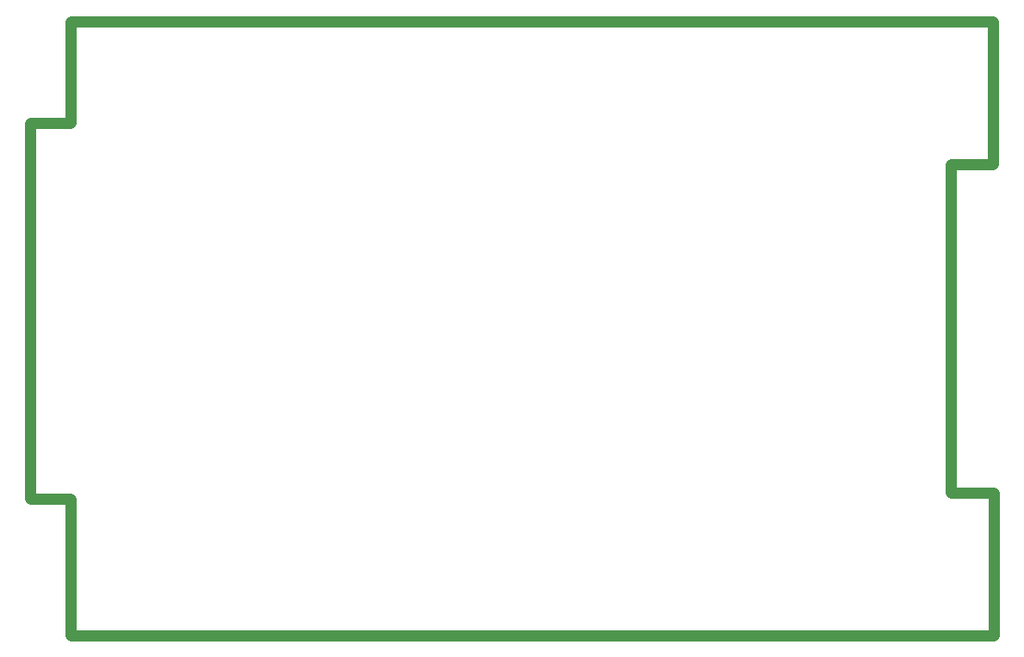
<source format=gko>
%FSLAX25Y25*%
%MOIN*%
G70*
G01*
G75*
G04 Layer_Color=16711935*
%ADD10C,0.00500*%
%ADD11C,0.03000*%
%ADD12C,0.02000*%
%ADD13C,0.01000*%
%ADD14C,0.00800*%
%ADD15C,0.01500*%
%ADD16C,0.00700*%
%ADD17C,0.01200*%
%ADD18C,0.05000*%
%ADD19C,0.02200*%
%ADD20C,0.00600*%
%ADD21C,0.01400*%
%ADD22C,0.01800*%
%ADD23C,0.04000*%
%ADD24C,0.02500*%
%ADD25R,0.02362X0.03150*%
%ADD26R,0.09055X0.09055*%
%ADD27R,0.06299X0.03347*%
%ADD28P,0.05568X4X180.0*%
%ADD29R,0.03937X0.04331*%
%ADD30R,0.03150X0.02362*%
%ADD31R,0.03150X0.02756*%
%ADD32R,0.05118X0.07087*%
%ADD33O,0.06693X0.01378*%
%ADD34R,0.02756X0.03150*%
%ADD35R,0.03937X0.03937*%
%ADD36R,0.10236X0.10236*%
%ADD37O,0.00984X0.03150*%
%ADD38O,0.03150X0.00984*%
%ADD39R,0.09449X0.07874*%
G04:AMPARAMS|DCode=40|XSize=23.62mil|YSize=31.5mil|CornerRadius=0mil|HoleSize=0mil|Usage=FLASHONLY|Rotation=135.000|XOffset=0mil|YOffset=0mil|HoleType=Round|Shape=Rectangle|*
%AMROTATEDRECTD40*
4,1,4,0.01949,0.00278,-0.00278,-0.01949,-0.01949,-0.00278,0.00278,0.01949,0.01949,0.00278,0.0*
%
%ADD40ROTATEDRECTD40*%

G04:AMPARAMS|DCode=41|XSize=23.62mil|YSize=31.5mil|CornerRadius=0mil|HoleSize=0mil|Usage=FLASHONLY|Rotation=225.000|XOffset=0mil|YOffset=0mil|HoleType=Round|Shape=Rectangle|*
%AMROTATEDRECTD41*
4,1,4,-0.00278,0.01949,0.01949,-0.00278,0.00278,-0.01949,-0.01949,0.00278,-0.00278,0.01949,0.0*
%
%ADD41ROTATEDRECTD41*%

%ADD42R,0.05512X0.07284*%
%ADD43R,0.02756X0.01496*%
G04:AMPARAMS|DCode=44|XSize=27.56mil|YSize=31.5mil|CornerRadius=0mil|HoleSize=0mil|Usage=FLASHONLY|Rotation=135.000|XOffset=0mil|YOffset=0mil|HoleType=Round|Shape=Rectangle|*
%AMROTATEDRECTD44*
4,1,4,0.02088,0.00139,-0.00139,-0.02088,-0.02088,-0.00139,0.00139,0.02088,0.02088,0.00139,0.0*
%
%ADD44ROTATEDRECTD44*%

%ADD45C,0.03800*%
G04:AMPARAMS|DCode=46|XSize=15.75mil|YSize=45.28mil|CornerRadius=0mil|HoleSize=0mil|Usage=FLASHONLY|Rotation=225.000|XOffset=0mil|YOffset=0mil|HoleType=Round|Shape=Round|*
%AMOVALD46*
21,1,0.02953,0.01575,0.00000,0.00000,315.0*
1,1,0.01575,-0.01044,0.01044*
1,1,0.01575,0.01044,-0.01044*
%
%ADD46OVALD46*%

G04:AMPARAMS|DCode=47|XSize=27.56mil|YSize=31.5mil|CornerRadius=0mil|HoleSize=0mil|Usage=FLASHONLY|Rotation=225.000|XOffset=0mil|YOffset=0mil|HoleType=Round|Shape=Rectangle|*
%AMROTATEDRECTD47*
4,1,4,-0.00139,0.02088,0.02088,-0.00139,0.00139,-0.02088,-0.02088,0.00139,-0.00139,0.02088,0.0*
%
%ADD47ROTATEDRECTD47*%

%ADD48R,0.01969X0.00984*%
G04:AMPARAMS|DCode=49|XSize=9.84mil|YSize=19.69mil|CornerRadius=0mil|HoleSize=0mil|Usage=FLASHONLY|Rotation=225.000|XOffset=0mil|YOffset=0mil|HoleType=Round|Shape=Rectangle|*
%AMROTATEDRECTD49*
4,1,4,-0.00348,0.01044,0.01044,-0.00348,0.00348,-0.01044,-0.01044,0.00348,-0.00348,0.01044,0.0*
%
%ADD49ROTATEDRECTD49*%

%ADD50R,0.00984X0.01969*%
G04:AMPARAMS|DCode=51|XSize=59.06mil|YSize=51.18mil|CornerRadius=0mil|HoleSize=0mil|Usage=FLASHONLY|Rotation=45.000|XOffset=0mil|YOffset=0mil|HoleType=Round|Shape=Rectangle|*
%AMROTATEDRECTD51*
4,1,4,-0.00278,-0.03897,-0.03897,-0.00278,0.00278,0.03897,0.03897,0.00278,-0.00278,-0.03897,0.0*
%
%ADD51ROTATEDRECTD51*%

%ADD52R,0.03543X0.03937*%
%ADD53R,0.03937X0.03937*%
%ADD54R,0.07087X0.05118*%
%ADD55R,0.05118X0.05906*%
%ADD56R,0.01378X0.02756*%
%ADD57R,0.05118X0.03543*%
%ADD58O,0.02953X0.07087*%
%ADD59R,0.02362X0.07087*%
G04:AMPARAMS|DCode=60|XSize=55.12mil|YSize=59.06mil|CornerRadius=0mil|HoleSize=0mil|Usage=FLASHONLY|Rotation=135.000|XOffset=0mil|YOffset=0mil|HoleType=Round|Shape=Rectangle|*
%AMROTATEDRECTD60*
4,1,4,0.04037,0.00139,-0.00139,-0.04037,-0.04037,-0.00139,0.00139,0.04037,0.04037,0.00139,0.0*
%
%ADD60ROTATEDRECTD60*%

%ADD61R,0.05512X0.04724*%
%ADD62C,0.01496*%
%ADD63R,0.01575X0.01378*%
%ADD64R,0.01378X0.01575*%
%ADD65R,0.04331X0.03937*%
%ADD66R,0.05906X0.05512*%
%ADD67O,0.01181X0.07087*%
%ADD68O,0.07087X0.01181*%
%ADD69R,0.04724X0.07874*%
%ADD70R,0.06299X0.01181*%
%ADD71R,0.03150X0.06299*%
%ADD72R,0.10630X0.05118*%
%ADD73R,0.06299X0.13386*%
%ADD74R,0.04331X0.02559*%
%ADD75R,0.05906X0.05118*%
%ADD76R,0.04724X0.05512*%
%ADD77R,0.05906X0.02362*%
%ADD78R,0.10000X0.05000*%
%ADD79R,0.03347X0.06299*%
%ADD80R,0.11024X0.08661*%
%ADD81R,0.11024X0.11024*%
%ADD82R,0.11024X0.11024*%
%ADD83R,0.10236X0.07874*%
%ADD84R,0.02362X0.03543*%
%ADD85R,0.03543X0.02362*%
%ADD86R,0.04400X0.11300*%
%ADD87R,0.07087X0.18110*%
%ADD88R,0.02165X0.05709*%
%ADD89R,0.10400X0.10600*%
%ADD90R,0.08500X0.10400*%
%ADD91R,0.08800X0.10500*%
%ADD92C,0.03937*%
%ADD93R,0.05906X0.05906*%
%ADD94C,0.05906*%
%ADD95C,0.06000*%
%ADD96C,0.07000*%
%ADD97C,0.07874*%
%ADD98C,0.08661*%
%ADD99C,0.07087*%
%ADD100R,0.05906X0.05906*%
%ADD101C,0.15748*%
%ADD102P,0.08352X4X360.0*%
%ADD103C,0.03150*%
%ADD104C,0.05000*%
%ADD105C,0.06693*%
%ADD106C,0.04724*%
%ADD107C,0.02000*%
%ADD108C,0.03000*%
%ADD109C,0.01800*%
%ADD110C,0.02500*%
%ADD111C,0.02598*%
%ADD112C,0.02300*%
%ADD113C,0.00787*%
%ADD114C,0.04400*%
%ADD115R,0.11600X0.03000*%
%ADD116R,0.02600X0.03000*%
%ADD117C,0.04359*%
%ADD118C,0.05816*%
%ADD119C,0.05343*%
%ADD120C,0.05300*%
%ADD121C,0.10068*%
%ADD122C,0.07706*%
%ADD123C,0.05343*%
%ADD124C,0.06524*%
%ADD125C,0.06800*%
%ADD126C,0.08493*%
%ADD127C,0.06918*%
%ADD128C,0.02800*%
%ADD129C,0.03300*%
%ADD130C,0.02600*%
%ADD131C,0.00400*%
%ADD132R,0.02700X0.03000*%
%ADD133R,0.11500X0.03000*%
%ADD134C,0.03099*%
%ADD135C,0.03099*%
%ADD136C,0.02400*%
%ADD137R,0.06693X0.08661*%
%ADD138R,0.18701X0.05000*%
%ADD139O,0.18701X0.05000*%
G04:AMPARAMS|DCode=140|XSize=59.06mil|YSize=51.18mil|CornerRadius=0mil|HoleSize=0mil|Usage=FLASHONLY|Rotation=315.000|XOffset=0mil|YOffset=0mil|HoleType=Round|Shape=Rectangle|*
%AMROTATEDRECTD140*
4,1,4,-0.03897,0.00278,-0.00278,0.03897,0.03897,-0.00278,0.00278,-0.03897,-0.03897,0.00278,0.0*
%
%ADD140ROTATEDRECTD140*%

%ADD141R,0.07874X0.05709*%
%ADD142R,0.05906X0.03150*%
%ADD143R,0.01654X0.01654*%
%ADD144R,0.03937X0.03150*%
%ADD145R,0.05118X0.07480*%
%ADD146R,0.18110X0.07087*%
%ADD147R,0.11300X0.04400*%
%ADD148O,0.01378X0.06693*%
%ADD149R,0.01575X0.01969*%
%ADD150R,0.03347X0.01575*%
%ADD151R,0.06299X0.03150*%
%ADD152R,0.01181X0.05118*%
%ADD153R,0.07087X0.08661*%
%ADD154R,0.07087X0.07874*%
%ADD155R,0.06299X0.11811*%
%ADD156R,0.11811X0.06299*%
%ADD157R,0.01969X0.09843*%
%ADD158R,0.06693X0.07874*%
%ADD159R,0.23700X0.08500*%
%ADD160R,0.52500X0.10600*%
%ADD161O,0.03937X0.09843*%
%ADD162R,0.03937X0.09843*%
%ADD163C,0.00984*%
%ADD164C,0.02362*%
%ADD165C,0.00394*%
%ADD166R,0.07874X0.04724*%
%ADD167R,0.08500X0.24000*%
%ADD168R,0.07500X0.28000*%
%ADD169R,0.07500X0.25200*%
%ADD170R,0.04921X0.01181*%
%ADD171R,0.04921X0.01378*%
%ADD172R,0.01378X0.01181*%
%ADD173R,0.01181X0.01378*%
%ADD174R,0.02264X0.03445*%
%ADD175R,0.03445X0.02264*%
%ADD176R,0.15200X0.14100*%
%ADD177R,0.09000X0.09500*%
%ADD178R,0.17795X0.13307*%
%ADD179R,0.09000X0.75100*%
%ADD180R,0.13200X0.15300*%
%ADD181R,0.10100X1.05300*%
%ADD182R,0.10100X0.23300*%
%ADD183R,0.12300X0.11600*%
%ADD184R,0.57800X0.07000*%
%ADD185R,0.49200X0.07000*%
%ADD186R,0.07000X0.79000*%
%ADD187R,0.18898X0.39764*%
%ADD188R,0.16929X0.26772*%
%ADD189R,0.02992X0.03780*%
%ADD190R,0.09685X0.09685*%
%ADD191R,0.06929X0.03976*%
%ADD192P,0.06459X4X180.0*%
%ADD193R,0.04567X0.04961*%
%ADD194R,0.03780X0.02992*%
%ADD195R,0.03780X0.03386*%
%ADD196R,0.05748X0.07717*%
%ADD197O,0.07323X0.02008*%
%ADD198R,0.03386X0.03780*%
%ADD199R,0.04567X0.04567*%
%ADD200R,0.10866X0.10866*%
%ADD201O,0.01614X0.03780*%
%ADD202O,0.03780X0.01614*%
%ADD203R,0.10079X0.08504*%
G04:AMPARAMS|DCode=204|XSize=29.92mil|YSize=37.8mil|CornerRadius=0mil|HoleSize=0mil|Usage=FLASHONLY|Rotation=135.000|XOffset=0mil|YOffset=0mil|HoleType=Round|Shape=Rectangle|*
%AMROTATEDRECTD204*
4,1,4,0.02394,0.00278,-0.00278,-0.02394,-0.02394,-0.00278,0.00278,0.02394,0.02394,0.00278,0.0*
%
%ADD204ROTATEDRECTD204*%

G04:AMPARAMS|DCode=205|XSize=29.92mil|YSize=37.8mil|CornerRadius=0mil|HoleSize=0mil|Usage=FLASHONLY|Rotation=225.000|XOffset=0mil|YOffset=0mil|HoleType=Round|Shape=Rectangle|*
%AMROTATEDRECTD205*
4,1,4,-0.00278,0.02394,0.02394,-0.00278,0.00278,-0.02394,-0.02394,0.00278,-0.00278,0.02394,0.0*
%
%ADD205ROTATEDRECTD205*%

%ADD206R,0.05669X0.07441*%
%ADD207R,0.03347X0.02087*%
G04:AMPARAMS|DCode=208|XSize=33.86mil|YSize=37.8mil|CornerRadius=0mil|HoleSize=0mil|Usage=FLASHONLY|Rotation=135.000|XOffset=0mil|YOffset=0mil|HoleType=Round|Shape=Rectangle|*
%AMROTATEDRECTD208*
4,1,4,0.02533,0.00139,-0.00139,-0.02533,-0.02533,-0.00139,0.00139,0.02533,0.02533,0.00139,0.0*
%
%ADD208ROTATEDRECTD208*%

%ADD209C,0.04430*%
G04:AMPARAMS|DCode=210|XSize=22.05mil|YSize=51.58mil|CornerRadius=0mil|HoleSize=0mil|Usage=FLASHONLY|Rotation=225.000|XOffset=0mil|YOffset=0mil|HoleType=Round|Shape=Round|*
%AMOVALD210*
21,1,0.02953,0.02205,0.00000,0.00000,315.0*
1,1,0.02205,-0.01044,0.01044*
1,1,0.02205,0.01044,-0.01044*
%
%ADD210OVALD210*%

G04:AMPARAMS|DCode=211|XSize=33.86mil|YSize=37.8mil|CornerRadius=0mil|HoleSize=0mil|Usage=FLASHONLY|Rotation=225.000|XOffset=0mil|YOffset=0mil|HoleType=Round|Shape=Rectangle|*
%AMROTATEDRECTD211*
4,1,4,-0.00139,0.02533,0.02533,-0.00139,0.00139,-0.02533,-0.02533,0.00139,-0.00139,0.02533,0.0*
%
%ADD211ROTATEDRECTD211*%

%ADD212R,0.02598X0.01614*%
G04:AMPARAMS|DCode=213|XSize=16.14mil|YSize=25.98mil|CornerRadius=0mil|HoleSize=0mil|Usage=FLASHONLY|Rotation=225.000|XOffset=0mil|YOffset=0mil|HoleType=Round|Shape=Rectangle|*
%AMROTATEDRECTD213*
4,1,4,-0.00348,0.01489,0.01489,-0.00348,0.00348,-0.01489,-0.01489,0.00348,-0.00348,0.01489,0.0*
%
%ADD213ROTATEDRECTD213*%

%ADD214R,0.01614X0.02598*%
G04:AMPARAMS|DCode=215|XSize=65.35mil|YSize=57.48mil|CornerRadius=0mil|HoleSize=0mil|Usage=FLASHONLY|Rotation=45.000|XOffset=0mil|YOffset=0mil|HoleType=Round|Shape=Rectangle|*
%AMROTATEDRECTD215*
4,1,4,-0.00278,-0.04343,-0.04343,-0.00278,0.00278,0.04343,0.04343,0.00278,-0.00278,-0.04343,0.0*
%
%ADD215ROTATEDRECTD215*%

%ADD216R,0.04173X0.04567*%
%ADD217R,0.04567X0.04567*%
%ADD218R,0.07717X0.05748*%
%ADD219R,0.05748X0.06535*%
%ADD220R,0.02008X0.03386*%
%ADD221R,0.05748X0.04173*%
%ADD222O,0.03583X0.07717*%
%ADD223R,0.02992X0.07717*%
G04:AMPARAMS|DCode=224|XSize=61.42mil|YSize=65.35mil|CornerRadius=0mil|HoleSize=0mil|Usage=FLASHONLY|Rotation=135.000|XOffset=0mil|YOffset=0mil|HoleType=Round|Shape=Rectangle|*
%AMROTATEDRECTD224*
4,1,4,0.04482,0.00139,-0.00139,-0.04482,-0.04482,-0.00139,0.00139,0.04482,0.04482,0.00139,0.0*
%
%ADD224ROTATEDRECTD224*%

%ADD225R,0.06142X0.05354*%
%ADD226C,0.02087*%
%ADD227R,0.02126X0.01929*%
%ADD228R,0.01929X0.02126*%
%ADD229R,0.04961X0.04567*%
%ADD230R,0.06535X0.06142*%
%ADD231O,0.01811X0.07717*%
%ADD232O,0.07717X0.01811*%
%ADD233R,0.05354X0.08504*%
%ADD234R,0.06929X0.01811*%
%ADD235R,0.03780X0.06929*%
%ADD236R,0.11260X0.05748*%
%ADD237R,0.06929X0.14016*%
%ADD238R,0.04961X0.03189*%
%ADD239R,0.06535X0.05748*%
%ADD240R,0.05354X0.06142*%
%ADD241R,0.06535X0.02992*%
%ADD242R,0.10630X0.05630*%
%ADD243R,0.03976X0.06929*%
%ADD244R,0.11654X0.09291*%
%ADD245R,0.11654X0.11654*%
%ADD246R,0.11654X0.11654*%
%ADD247R,0.10630X0.08268*%
%ADD248R,0.02756X0.03937*%
%ADD249R,0.03937X0.02756*%
%ADD250R,0.05030X0.11930*%
%ADD251R,0.07717X0.18740*%
%ADD252R,0.02795X0.06339*%
%ADD253C,0.04488*%
%ADD254R,0.04488X0.04488*%
%ADD255R,0.06457X0.06457*%
%ADD256C,0.06457*%
%ADD257C,0.06630*%
%ADD258C,0.07630*%
%ADD259C,0.08425*%
%ADD260C,0.09291*%
%ADD261C,0.07717*%
%ADD262R,0.06535X0.06535*%
%ADD263C,0.06535*%
%ADD264C,0.04567*%
%ADD265C,0.16378*%
%ADD266P,0.09242X4X360.0*%
%ADD267C,0.03780*%
%ADD268C,0.05591*%
%ADD269C,0.07323*%
%ADD270C,0.05118*%
%ADD271C,0.03228*%
%ADD272C,0.01600*%
%ADD273C,0.02100*%
%ADD274R,0.17400X0.14500*%
%ADD275R,0.19095X0.14961*%
%ADD276R,0.07500X1.10500*%
%ADD277R,1.47500X0.04900*%
%ADD278R,0.44200X0.06800*%
%ADD279R,0.16200X0.15300*%
%ADD280R,0.08900X1.28000*%
%ADD281R,0.14400X0.12600*%
%ADD282R,0.83200X0.06800*%
%ADD283R,0.18504X0.24016*%
%ADD284R,0.21260X0.50713*%
%ADD285R,0.07244X0.09213*%
%ADD286R,0.19331X0.05630*%
%ADD287O,0.19331X0.05630*%
G04:AMPARAMS|DCode=288|XSize=65.35mil|YSize=57.48mil|CornerRadius=0mil|HoleSize=0mil|Usage=FLASHONLY|Rotation=315.000|XOffset=0mil|YOffset=0mil|HoleType=Round|Shape=Rectangle|*
%AMROTATEDRECTD288*
4,1,4,-0.04343,0.00278,-0.00278,0.04343,0.04343,-0.00278,0.00278,-0.04343,-0.04343,0.00278,0.0*
%
%ADD288ROTATEDRECTD288*%

%ADD289R,0.08425X0.06260*%
%ADD290R,0.06457X0.03701*%
%ADD291R,0.02205X0.02205*%
%ADD292R,0.04488X0.03701*%
%ADD293R,0.05709X0.08071*%
%ADD294R,0.18740X0.07717*%
%ADD295R,0.11930X0.05030*%
%ADD296O,0.02008X0.07323*%
%ADD297R,0.02126X0.02520*%
%ADD298R,0.03976X0.02205*%
%ADD299R,0.06929X0.03780*%
%ADD300R,0.00984X0.04921*%
%ADD301R,0.07717X0.09291*%
%ADD302R,0.07717X0.08504*%
%ADD303R,0.06929X0.12441*%
%ADD304R,0.12441X0.06929*%
%ADD305R,0.02520X0.10394*%
%ADD306R,0.07244X0.08425*%
%ADD307O,0.04488X0.10394*%
%ADD308R,0.04488X0.10394*%
%ADD309C,0.02400*%
%ADD310R,0.07000X0.27500*%
%ADD311R,0.07500X0.24600*%
%ADD312R,0.06000X0.24000*%
%ADD313C,0.01575*%
%ADD314R,0.68100X0.13900*%
D114*
X340600Y55300D02*
Y182880D01*
X357343Y0D02*
Y39567D01*
X340925Y55315D02*
X357343D01*
Y39567D02*
Y55315D01*
X340600Y182880D02*
X357026D01*
X0Y0D02*
X357343D01*
X0D02*
Y52958D01*
X-15809D02*
X0D01*
X-15809D02*
Y198628D01*
X0D01*
Y238200D01*
X357026D01*
Y198628D02*
Y238200D01*
Y182880D02*
Y198628D01*
M02*

</source>
